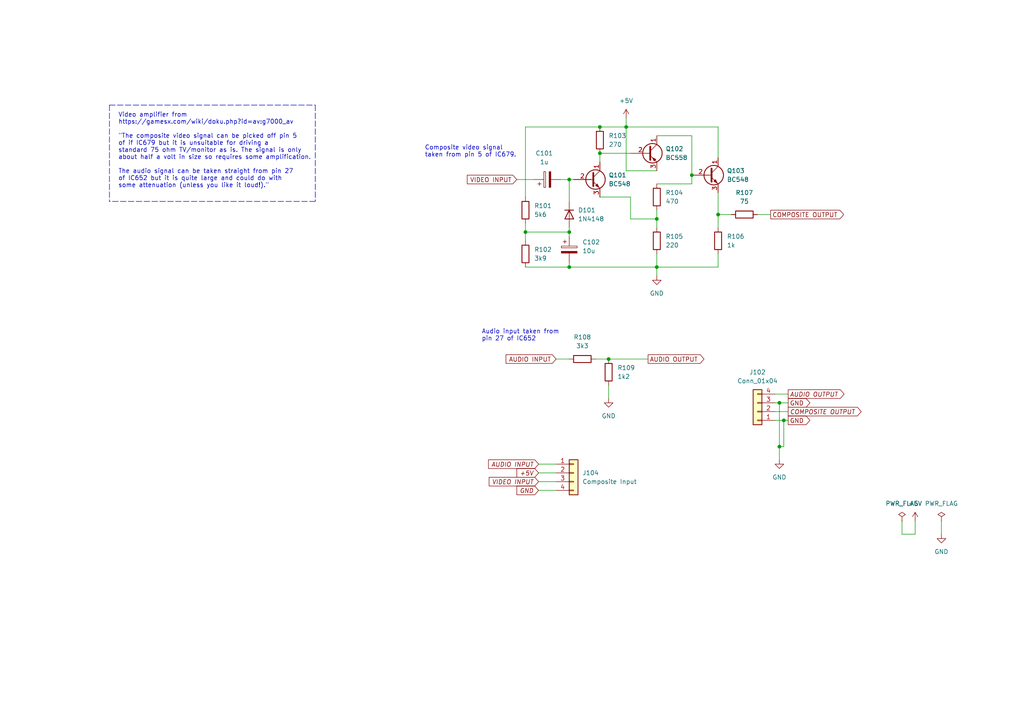
<source format=kicad_sch>
(kicad_sch (version 20211123) (generator eeschema)
  (paper "A4")
  (title_block (title "Videopac G7000 PAL Composite Video - Naturaltangent") (date "2021-12-29"))
  (lib_symbols
    (symbol "Connector_Generic:Conn_01x04" (pin_names (offset 1.016) hide)
      (property "Reference" "J" (at 0 5.08 0))
      (property "Value" "Conn_01x04" (at 0 -7.62 0))
      (symbol "Conn_01x04_1_1"
        (rectangle (start -1.27 -4.953) (end 0 -5.207) (stroke (width 0.1524)))
        (rectangle (start -1.27 -2.413) (end 0 -2.667) (stroke (width 0.1524)))
        (rectangle (start -1.27 0.127) (end 0 -0.127) (stroke (width 0.1524)))
        (rectangle (start -1.27 2.667) (end 0 2.413) (stroke (width 0.1524)))
        (rectangle (start -1.27 3.81) (end 1.27 -6.35) (stroke (width 0.254)) (fill (type background)))
        (pin passive line (at -5.08 2.54 0) (length 3.81) (name "Pin_1") (number "1"))
        (pin passive line (at -5.08 0 0) (length 3.81) (name "Pin_2") (number "2"))
        (pin passive line (at -5.08 -2.54 0) (length 3.81) (name "Pin_3") (number "3"))
        (pin passive line (at -5.08 -5.08 0) (length 3.81) (name "Pin_4") (number "4"))
      )
    )
    (symbol "Device:C_Polarized" (pin_numbers hide) (pin_names (offset 0.254))
      (property "Reference" "C" (at 0.635 2.54 0))
      (property "Value" "C_Polarized" (at 0.635 -2.54 0))
      (symbol "C_Polarized_0_1"
        (rectangle (start -2.286 0.508) (end 2.286 1.016))
        (polyline (pts (xy -1.778 2.286) (xy -0.762 2.286)))
        (polyline (pts (xy -1.27 2.794) (xy -1.27 1.778)))
        (rectangle (start 2.286 -0.508) (end -2.286 -1.016) (fill (type outline)))
      )
      (symbol "C_Polarized_1_1"
        (pin passive line (at 0 3.81 270) (length 2.794) (name "~") (number "1"))
        (pin passive line (at 0 -3.81 90) (length 2.794) (name "~") (number "2"))
      )
    )
    (symbol "Device:R" (pin_numbers hide) (pin_names (offset 0))
      (property "Reference" "R" (at 2.032 0 90))
      (property "Value" "R" (at 0 0 90))
      (symbol "R_0_1"
        (rectangle (start -1.016 -2.54) (end 1.016 2.54) (stroke (width 0.254)))
      )
      (symbol "R_1_1"
        (pin passive line (at 0 3.81 270) (length 1.27) (name "~") (number "1"))
        (pin passive line (at 0 -3.81 90) (length 1.27) (name "~") (number "2"))
      )
    )
    (symbol "Diode:1N4148" (pin_numbers hide) (pin_names (offset 1.016) hide)
      (property "Reference" "D" (at 0 2.54 0))
      (property "Value" "1N4148" (at 0 -2.54 0))
      (symbol "1N4148_0_1"
        (polyline (pts (xy -1.27 1.27) (xy -1.27 -1.27)) (stroke (width 0.254)))
        (polyline (pts (xy 1.27 0) (xy -1.27 0)))
        (polyline (pts (xy 1.27 1.27) (xy 1.27 -1.27) (xy -1.27 0) (xy 1.27 1.27)) (stroke (width 0.254)))
      )
      (symbol "1N4148_1_1"
        (pin passive line (at -3.81 0 0) (length 2.54) (name "K") (number "1"))
        (pin passive line (at 3.81 0 180) (length 2.54) (name "A") (number "2"))
      )
    )
    (symbol "Transistor_BJT:BC548" (pin_names (offset 0) hide)
      (property "Reference" "Q" (at 5.08 1.905 0))
      (property "Value" "BC548" (at 5.08 0 0))
      (symbol "BC548_0_1"
        (polyline (pts (xy 0 0) (xy 0.635 0)))
        (polyline (pts (xy 0.635 0.635) (xy 2.54 2.54)))
        (polyline (pts (xy 0.635 -0.635) (xy 2.54 -2.54) (xy 2.54 -2.54)))
        (polyline (pts (xy 0.635 1.905) (xy 0.635 -1.905) (xy 0.635 -1.905)) (stroke (width 0.508)))
        (polyline (pts (xy 1.27 -1.778) (xy 1.778 -1.27) (xy 2.286 -2.286) (xy 1.27 -1.778) (xy 1.27 -1.778)) (fill (type outline)))
        (circle (center 1.27 0) (radius 2.8194) (stroke (width 0.254)))
      )
      (symbol "BC548_1_1"
        (pin passive line (at 2.54 5.08 270) (length 2.54) (name "C") (number "1"))
        (pin input line (at -5.08 0 0) (length 5.08) (name "B") (number "2"))
        (pin passive line (at 2.54 -5.08 90) (length 2.54) (name "E") (number "3"))
      )
    )
    (symbol "Transistor_BJT:BC558" (pin_names (offset 0) hide)
      (property "Reference" "Q" (at 5.08 1.905 0))
      (property "Value" "BC558" (at 5.08 0 0))
      (symbol "BC558_0_1"
        (polyline (pts (xy 0.635 0.635) (xy 2.54 2.54)))
        (polyline (pts (xy 0.635 -0.635) (xy 2.54 -2.54) (xy 2.54 -2.54)))
        (polyline (pts (xy 0.635 1.905) (xy 0.635 -1.905) (xy 0.635 -1.905)) (stroke (width 0.508)))
        (polyline (pts (xy 2.286 -1.778) (xy 1.778 -2.286) (xy 1.27 -1.27) (xy 2.286 -1.778) (xy 2.286 -1.778)) (fill (type outline)))
        (circle (center 1.27 0) (radius 2.8194) (stroke (width 0.254)))
      )
      (symbol "BC558_1_1"
        (pin passive line (at 2.54 5.08 270) (length 2.54) (name "C") (number "1"))
        (pin input line (at -5.08 0 0) (length 5.715) (name "B") (number "2"))
        (pin passive line (at 2.54 -5.08 90) (length 2.54) (name "E") (number "3"))
      )
    )
    (symbol "power:+5V" (power) (pin_names (offset 0))
      (property "Value" "+5V" (at 0 3.556 0))
      (symbol "+5V_0_1"
        (polyline (pts (xy -0.762 1.27) (xy 0 2.54)))
        (polyline (pts (xy 0 0) (xy 0 2.54)))
        (polyline (pts (xy 0 2.54) (xy 0.762 1.27)))
      )
      (symbol "+5V_1_1"
        (pin power_in line (at 0 0 90) (length 0) hide (name "+5V") (number "1"))
      )
    )
    (symbol "power:GND" (power) (pin_names (offset 0))
      (property "Value" "GND" (at 0 -3.81 0))
      (symbol "GND_0_1"
        (polyline (pts (xy 0 0) (xy 0 -1.27) (xy 1.27 -1.27) (xy 0 -2.54) (xy -1.27 -1.27) (xy 0 -1.27)))
      )
      (symbol "GND_1_1"
        (pin power_in line (at 0 0 270) (length 0) hide (name "GND") (number "1"))
      )
    )
    (symbol "power:PWR_FLAG" (power) (pin_numbers hide) (pin_names (offset 0) hide)
      (property "Value" "PWR_FLAG" (at 0 3.81 0))
      (symbol "PWR_FLAG_0_0"
        (pin power_out line (at 0 0 90) (length 0) (name "pwr") (number "1"))
      )
      (symbol "PWR_FLAG_0_1"
        (polyline (pts (xy 0 0) (xy 0 1.27) (xy -1.016 1.905) (xy 0 2.54) (xy 1.016 1.905) (xy 0 1.27)))
      )
    )
  )
  (junction (at 173.99 44.45))
  (junction (at 181.61 36.83))
  (junction (at 200.66 50.8))
  (junction (at 165.1 67.31))
  (junction (at 152.4 67.31))
  (junction (at 165.1 52.07))
  (junction (at 176.53 104.14))
  (junction (at 190.5 63.5))
  (junction (at 165.1 77.47))
  (junction (at 173.99 36.83))
  (junction (at 208.28 62.23))
  (junction (at 190.5 77.47))
  (junction (at 227.33 121.92))
  (junction (at 226.06 116.84))
  (junction (at 226.06 129.54))
  (wire (pts (xy 224.79 119.38) (xy 228.6 119.38)))
  (wire (pts (xy 181.61 36.83) (xy 173.99 36.83)))
  (wire (pts (xy 227.33 129.54) (xy 226.06 129.54)))
  (wire (pts (xy 152.4 64.77) (xy 152.4 67.31)))
  (wire (pts (xy 190.5 73.66) (xy 190.5 77.47)))
  (wire (pts (xy 181.61 34.29) (xy 181.61 36.83)))
  (polyline (pts (xy 91.44 58.42) (xy 31.75 58.42)))
  (wire (pts (xy 227.33 121.92) (xy 228.6 121.92)))
  (polyline (pts (xy 31.75 30.48) (xy 91.44 30.48)))
  (wire (pts (xy 165.1 52.07) (xy 166.37 52.07)))
  (wire (pts (xy 165.1 67.31) (xy 165.1 68.58)))
  (wire (pts (xy 173.99 44.45) (xy 173.99 46.99)))
  (wire (pts (xy 152.4 36.83) (xy 173.99 36.83)))
  (wire (pts (xy 165.1 52.07) (xy 165.1 58.42)))
  (wire (pts (xy 226.06 129.54) (xy 226.06 133.35)))
  (wire (pts (xy 226.06 116.84) (xy 228.6 116.84)))
  (wire (pts (xy 273.05 151.13) (xy 273.05 154.94)))
  (wire (pts (xy 190.5 77.47) (xy 165.1 77.47)))
  (wire (pts (xy 224.79 116.84) (xy 226.06 116.84)))
  (wire (pts (xy 162.56 52.07) (xy 165.1 52.07)))
  (wire (pts (xy 152.4 67.31) (xy 152.4 69.85)))
  (wire (pts (xy 156.21 139.7) (xy 161.29 139.7)))
  (polyline (pts (xy 31.75 30.48) (xy 31.75 58.42)))
  (wire (pts (xy 224.79 121.92) (xy 227.33 121.92)))
  (wire (pts (xy 208.28 73.66) (xy 208.28 77.47)))
  (wire (pts (xy 226.06 116.84) (xy 226.06 129.54)))
  (wire (pts (xy 208.28 62.23) (xy 212.09 62.23)))
  (wire (pts (xy 182.88 63.5) (xy 190.5 63.5)))
  (polyline (pts (xy 91.44 30.48) (xy 91.44 58.42)))
  (wire (pts (xy 149.86 52.07) (xy 154.94 52.07)))
  (wire (pts (xy 224.79 114.3) (xy 228.6 114.3)))
  (wire (pts (xy 190.5 77.47) (xy 190.5 80.01)))
  (wire (pts (xy 156.21 137.16) (xy 161.29 137.16)))
  (wire (pts (xy 181.61 49.53) (xy 181.61 36.83)))
  (wire (pts (xy 190.5 63.5) (xy 190.5 66.04)))
  (wire (pts (xy 172.72 104.14) (xy 176.53 104.14)))
  (wire (pts (xy 208.28 62.23) (xy 208.28 66.04)))
  (wire (pts (xy 265.43 151.13) (xy 265.43 154.94)))
  (wire (pts (xy 208.28 77.47) (xy 190.5 77.47)))
  (wire (pts (xy 200.66 53.34) (xy 200.66 50.8)))
  (wire (pts (xy 261.62 151.13) (xy 261.62 154.94)))
  (wire (pts (xy 156.21 142.24) (xy 161.29 142.24)))
  (wire (pts (xy 173.99 57.15) (xy 182.88 57.15)))
  (wire (pts (xy 208.28 36.83) (xy 181.61 36.83)))
  (wire (pts (xy 161.29 104.14) (xy 165.1 104.14)))
  (wire (pts (xy 190.5 39.37) (xy 200.66 39.37)))
  (wire (pts (xy 152.4 67.31) (xy 165.1 67.31)))
  (wire (pts (xy 227.33 121.92) (xy 227.33 129.54)))
  (wire (pts (xy 176.53 104.14) (xy 187.96 104.14)))
  (wire (pts (xy 165.1 66.04) (xy 165.1 67.31)))
  (wire (pts (xy 190.5 49.53) (xy 181.61 49.53)))
  (wire (pts (xy 165.1 77.47) (xy 165.1 76.2)))
  (wire (pts (xy 156.21 134.62) (xy 161.29 134.62)))
  (wire (pts (xy 208.28 55.88) (xy 208.28 62.23)))
  (wire (pts (xy 176.53 111.76) (xy 176.53 115.57)))
  (wire (pts (xy 261.62 154.94) (xy 265.43 154.94)))
  (wire (pts (xy 190.5 53.34) (xy 200.66 53.34)))
  (wire (pts (xy 200.66 39.37) (xy 200.66 50.8)))
  (wire (pts (xy 152.4 77.47) (xy 165.1 77.47)))
  (wire (pts (xy 173.99 44.45) (xy 182.88 44.45)))
  (wire (pts (xy 219.71 62.23) (xy 223.52 62.23)))
  (wire (pts (xy 190.5 60.96) (xy 190.5 63.5)))
  (wire (pts (xy 152.4 57.15) (xy 152.4 36.83)))
  (wire (pts (xy 208.28 45.72) (xy 208.28 36.83)))
  (wire (pts (xy 182.88 57.15) (xy 182.88 63.5)))
  (text "Video amplifier from \nhttps://gamesx.com/wiki/doku.php?id=av:g7000_av\n\n\"The composite video signal can be picked off pin 5\nof if IC679 but it is unsuitable for driving a \nstandard 75 ohm TV/monitor as is. The signal is only\nabout half a volt in size so requires some amplification.\n\nThe audio signal can be taken straight from pin 27 \nof IC652 but it is quite large and could do with \nsome attenuation (unless you like it loud!).\"" (at 34.29 54.61 0) (effects (font (size 1.27 1.27)) (justify left bottom)))
  (text "Audio input taken from\npin 27 of IC652" (at 139.7 99.06 0) (effects (font (size 1.27 1.27)) (justify left bottom)))
  (text "Composite video signal\ntaken from pin 5 of IC679." (at 123.19 45.72 0) (effects (font (size 1.27 1.27)) (justify left bottom)))
  (global_label "AUDIO INPUT" (shape input) (at 161.29 104.14 180) (property "Intersheet References" "${INTERSHEET_REFS}" (effects hide)))
  (global_label "GND" (shape input) (at 156.21 142.24 180) (effects (font italic)) (property "Intersheet References" "${INTERSHEET_REFS}" (effects hide)))
  (global_label "COMPOSITE OUTPUT" (shape output) (at 228.6 119.38 0) (effects (font italic)) (property "Intersheet References" "${INTERSHEET_REFS}" (effects hide)))
  (global_label "VIDEO INPUT" (shape input) (at 149.86 52.07 180) (property "Intersheet References" "${INTERSHEET_REFS}" (effects hide)))
  (global_label "COMPOSITE OUTPUT" (shape output) (at 223.52 62.23 0) (property "Intersheet References" "${INTERSHEET_REFS}" (effects hide)))
  (global_label "AUDIO OUTPUT" (shape output) (at 228.6 114.3 0) (effects (font italic)) (property "Intersheet References" "${INTERSHEET_REFS}" (effects hide)))
  (global_label "+5V" (shape input) (at 156.21 137.16 180) (effects (font italic)) (property "Intersheet References" "${INTERSHEET_REFS}" (effects hide)))
  (global_label "AUDIO OUTPUT" (shape output) (at 187.96 104.14 0) (property "Intersheet References" "${INTERSHEET_REFS}" (effects hide)))
  (global_label "GND" (shape output) (at 228.6 121.92 0) (property "Intersheet References" "${INTERSHEET_REFS}" (effects hide)))
  (global_label "AUDIO INPUT" (shape input) (at 156.21 134.62 180) (effects (font italic)) (property "Intersheet References" "${INTERSHEET_REFS}" (effects hide)))
  (global_label "VIDEO INPUT" (shape input) (at 156.21 139.7 180) (effects (font italic)) (property "Intersheet References" "${INTERSHEET_REFS}" (effects hide)))
  (global_label "GND" (shape output) (at 228.6 116.84 0) (property "Intersheet References" "${INTERSHEET_REFS}" (effects hide)))
  (symbol (lib_id "power:PWR_FLAG") (at 261.62 151.13 0) (unit 1)
    (property "Reference" "#FLG0101" (effects hide))
    (property "Value" "PWR_FLAG" (at 261.62 146.05 0))
  )
  (symbol (lib_id "Transistor_BJT:BC548") (at 171.45 52.07 0) (unit 1)
    (property "Reference" "Q101" (at 176.53 50.7999 0) (effects (justify left)))
    (property "Value" "BC548" (at 176.53 53.3399 0) (effects (justify left)))
    (property "Footprint" "Package_TO_SOT_THT:TO-92_Inline" (effects hide))
    (property "Datasheet" "https://www.onsemi.com/pub/Collateral/BC550-D.pdf" (effects hide))
  )
  (symbol (lib_id "power:GND") (at 190.5 80.01 0) (unit 1)
    (property "Reference" "#PWR03" (effects hide))
    (property "Value" "GND" (at 190.5 85.09 0))
  )
  (symbol (lib_id "power:GND") (at 176.53 115.57 0) (unit 1)
    (property "Reference" "#PWR01" (effects hide))
    (property "Value" "GND" (at 176.53 120.65 0))
  )
  (symbol (lib_id "Device:R") (at 176.53 107.95 180) (unit 1)
    (property "Reference" "R109" (at 179.07 106.6799 0) (effects (justify right)))
    (property "Value" "1k2" (at 179.07 109.2199 0) (effects (justify right)))
    (property "Footprint" "Resistor_THT:R_Axial_DIN0207_L6.3mm_D2.5mm_P10.16mm_Horizontal" (effects hide))
  )
  (symbol (lib_id "Device:R") (at 190.5 69.85 0) (unit 1)
    (property "Reference" "R105" (at 193.04 68.5799 0) (effects (justify left)))
    (property "Value" "220" (at 193.04 71.1199 0) (effects (justify left)))
    (property "Footprint" "Resistor_THT:R_Axial_DIN0207_L6.3mm_D2.5mm_P10.16mm_Horizontal" (effects hide))
  )
  (symbol (lib_id "Device:R") (at 168.91 104.14 90) (unit 1)
    (property "Reference" "R108" (at 168.91 97.79 90))
    (property "Value" "3k3" (at 168.91 100.33 90))
    (property "Footprint" "Resistor_THT:R_Axial_DIN0207_L6.3mm_D2.5mm_P10.16mm_Horizontal" (effects hide))
  )
  (symbol (lib_id "Device:R") (at 208.28 69.85 0) (unit 1)
    (property "Reference" "R106" (at 210.82 68.5799 0) (effects (justify left)))
    (property "Value" "1k" (at 210.82 71.1199 0) (effects (justify left)))
    (property "Footprint" "Resistor_THT:R_Axial_DIN0207_L6.3mm_D2.5mm_P10.16mm_Horizontal" (effects hide))
  )
  (symbol (lib_id "Device:R") (at 152.4 60.96 0) (unit 1)
    (property "Reference" "R101" (at 154.94 59.6899 0) (effects (justify left)))
    (property "Value" "5k6" (at 154.94 62.2299 0) (effects (justify left)))
    (property "Footprint" "Resistor_THT:R_Axial_DIN0207_L6.3mm_D2.5mm_P10.16mm_Horizontal" (effects hide))
  )
  (symbol (lib_id "Device:C_Polarized") (at 158.75 52.07 90) (unit 1)
    (property "Reference" "C101" (at 157.861 44.45 90))
    (property "Value" "1u" (at 157.861 46.99 90))
    (property "Footprint" "Capacitor_THT:CP_Radial_D5.0mm_P2.00mm" (effects hide))
  )
  (symbol (lib_id "Device:R") (at 215.9 62.23 90) (unit 1)
    (property "Reference" "R107" (at 215.9 55.88 90))
    (property "Value" "75" (at 215.9 58.42 90))
    (property "Footprint" "Resistor_THT:R_Axial_DIN0207_L6.3mm_D2.5mm_P10.16mm_Horizontal" (effects hide))
  )
  (symbol (lib_id "Device:C_Polarized") (at 165.1 72.39 0) (unit 1)
    (property "Reference" "C102" (at 168.91 70.2309 0) (effects (justify left)))
    (property "Value" "10u" (at 168.91 72.7709 0) (effects (justify left)))
    (property "Footprint" "Capacitor_THT:CP_Radial_D5.0mm_P2.00mm" (effects hide))
  )
  (symbol (lib_id "Device:R") (at 190.5 57.15 0) (unit 1)
    (property "Reference" "R104" (at 193.04 55.8799 0) (effects (justify left)))
    (property "Value" "470" (at 193.04 58.4199 0) (effects (justify left)))
    (property "Footprint" "Resistor_THT:R_Axial_DIN0207_L6.3mm_D2.5mm_P10.16mm_Horizontal" (effects hide))
  )
  (symbol (lib_id "Device:R") (at 173.99 40.64 0) (unit 1)
    (property "Reference" "R103" (at 176.53 39.3699 0) (effects (justify left)))
    (property "Value" "270" (at 176.53 41.9099 0) (effects (justify left)))
    (property "Footprint" "Resistor_THT:R_Axial_DIN0207_L6.3mm_D2.5mm_P10.16mm_Horizontal" (effects hide))
  )
  (symbol (lib_id "power:PWR_FLAG") (at 273.05 151.13 0) (unit 1)
    (property "Reference" "#FLG0102" (effects hide))
    (property "Value" "PWR_FLAG" (at 273.05 146.05 0))
  )
  (symbol (lib_id "power:+5V") (at 265.43 151.13 0) (unit 1)
    (property "Reference" "#PWR0105" (effects hide))
    (property "Value" "+5V" (at 265.43 146.05 0))
  )
  (symbol (lib_id "power:GND") (at 226.06 133.35 0) (unit 1)
    (property "Reference" "#PWR04" (effects hide))
    (property "Value" "GND" (at 226.06 138.43 0))
  )
  (symbol (lib_id "Connector_Generic:Conn_01x04") (at 166.37 137.16 0) (unit 1)
    (property "Reference" "J104" (at 168.91 137.1599 0) (effects (justify left)))
    (property "Value" "Composite Input" (at 168.91 139.6999 0) (effects (justify left)))
    (property "Footprint" "Connector_PinHeader_2.54mm:PinHeader_1x04_P2.54mm_Horizontal" (effects hide))
  )
  (symbol (lib_id "Diode:1N4148") (at 165.1 62.23 270) (unit 1)
    (property "Reference" "D101" (at 167.64 60.9599 90) (effects (justify left)))
    (property "Value" "1N4148" (at 167.64 63.4999 90) (effects (justify left)))
    (property "Footprint" "Diode_THT:D_DO-35_SOD27_P7.62mm_Horizontal" (effects hide))
    (property "Datasheet" "https://assets.nexperia.com/documents/data-sheet/1N4148_1N4448.pdf" (effects hide))
  )
  (symbol (lib_id "power:GND") (at 273.05 154.94 0) (unit 1)
    (property "Reference" "#PWR0104" (effects hide))
    (property "Value" "GND" (at 273.05 160.02 0))
  )
  (symbol (lib_id "Connector_Generic:Conn_01x04") (at 219.71 119.38 180) (unit 1)
    (property "Reference" "J102" (at 219.71 107.95 0))
    (property "Value" "Conn_01x04" (at 219.71 110.49 0))
    (property "Footprint" "Connector_PinHeader_2.54mm:PinHeader_1x04_P2.54mm_Horizontal" (effects hide))
  )
  (symbol (lib_id "Transistor_BJT:BC558") (at 187.96 44.45 0) (unit 1)
    (property "Reference" "Q102" (at 193.04 43.1799 0) (effects (justify left)))
    (property "Value" "BC558" (at 193.04 45.7199 0) (effects (justify left)))
    (property "Footprint" "Package_TO_SOT_THT:TO-92_Inline" (effects hide))
    (property "Datasheet" "https://www.onsemi.com/pub/Collateral/BC556BTA-D.pdf" (effects hide))
  )
  (symbol (lib_id "power:+5V") (at 181.61 34.29 0) (unit 1)
    (property "Reference" "#PWR02" (effects hide))
    (property "Value" "+5V" (at 181.61 29.21 0))
  )
  (symbol (lib_id "Device:R") (at 152.4 73.66 0) (unit 1)
    (property "Reference" "R102" (at 154.94 72.3899 0) (effects (justify left)))
    (property "Value" "3k9" (at 154.94 74.9299 0) (effects (justify left)))
    (property "Footprint" "Resistor_THT:R_Axial_DIN0207_L6.3mm_D2.5mm_P10.16mm_Horizontal" (effects hide))
  )
  (symbol (lib_id "Transistor_BJT:BC548") (at 205.74 50.8 0) (unit 1)
    (property "Reference" "Q103" (at 210.82 49.5299 0) (effects (justify left)))
    (property "Value" "BC548" (at 210.82 52.0699 0) (effects (justify left)))
    (property "Footprint" "Package_TO_SOT_THT:TO-92_Inline" (effects hide))
    (property "Datasheet" "https://www.onsemi.com/pub/Collateral/BC550-D.pdf" (effects hide))
  )
)
</source>
